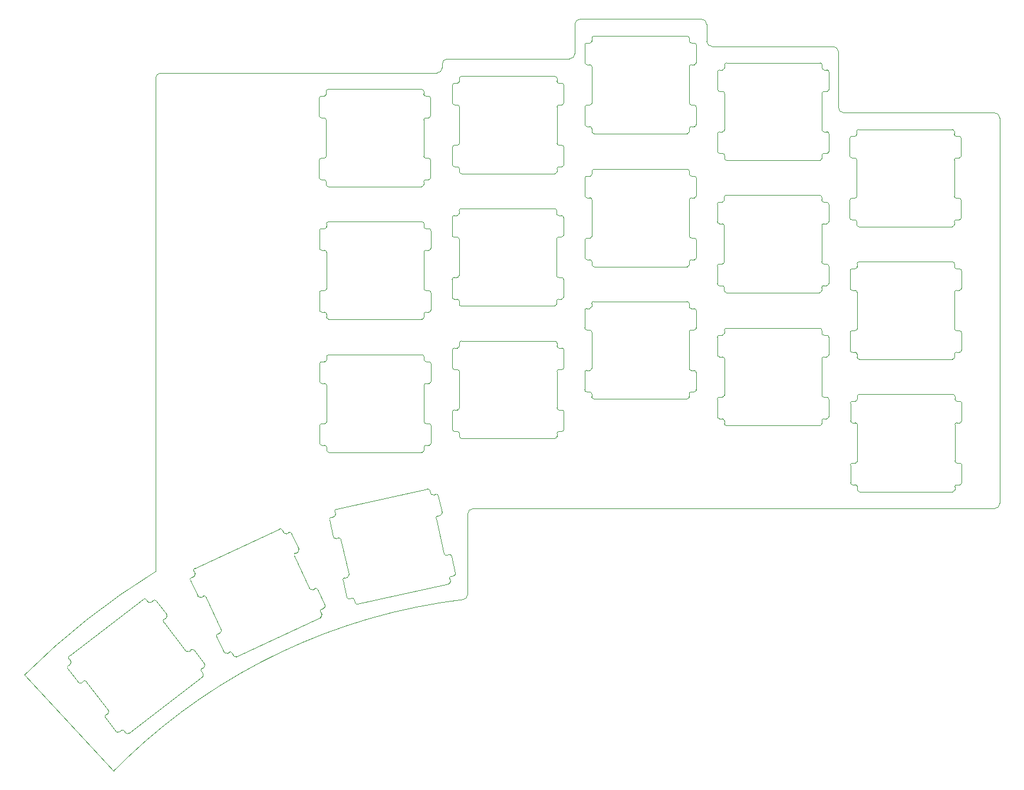
<source format=gbr>
%TF.GenerationSoftware,KiCad,Pcbnew,(5.1.7)-1*%
%TF.CreationDate,2021-04-13T17:15:28+05:30*%
%TF.ProjectId,Pteron56v0,50746572-6f6e-4353-9676-302e6b696361,rev?*%
%TF.SameCoordinates,Original*%
%TF.FileFunction,Profile,NP*%
%FSLAX46Y46*%
G04 Gerber Fmt 4.6, Leading zero omitted, Abs format (unit mm)*
G04 Created by KiCad (PCBNEW (5.1.7)-1) date 2021-04-13 17:15:28*
%MOMM*%
%LPD*%
G01*
G04 APERTURE LIST*
%TA.AperFunction,Profile*%
%ADD10C,0.050000*%
%TD*%
%TA.AperFunction,Profile*%
%ADD11C,0.100000*%
%TD*%
G04 APERTURE END LIST*
D10*
X206375000Y-106299000D02*
X210375000Y-106299000D01*
X206375000Y-49403000D02*
X210375000Y-49403000D01*
X71076237Y-130207471D02*
X83878669Y-144009293D01*
X71076237Y-130207471D02*
G75*
G02*
X89889001Y-115354101I73030663J-73157629D01*
G01*
X89889000Y-44450000D02*
X89889000Y-115354100D01*
X90651000Y-43688000D02*
X103251000Y-43688000D01*
X211137000Y-50165000D02*
X211137000Y-105537000D01*
X83878669Y-144009292D02*
G75*
G02*
X85763282Y-142153111I60291731J-59330408D01*
G01*
X169037000Y-36703000D02*
X169037000Y-39116000D01*
X134730000Y-118618000D02*
X134730000Y-117983000D01*
X85763281Y-142153110D02*
G75*
G02*
X133968001Y-119380001I58381719J-61173890D01*
G01*
X135492000Y-106299000D02*
X145542000Y-106299000D01*
X181610000Y-106299000D02*
X206375000Y-106299000D01*
X205613000Y-49403000D02*
X206375000Y-49403000D01*
X210375000Y-49403000D02*
G75*
G02*
X211137000Y-50165000I0J-762000D01*
G01*
X211137000Y-105537000D02*
G75*
G02*
X210375000Y-106299000I-762000J0D01*
G01*
X145542000Y-106299000D02*
X181610000Y-106299000D01*
X134730000Y-107061000D02*
X134730000Y-117983000D01*
X134730000Y-107061000D02*
G75*
G02*
X135492000Y-106299000I762000J0D01*
G01*
X134730000Y-118618000D02*
G75*
G02*
X133968000Y-119380000I-762000J0D01*
G01*
X89889000Y-44450000D02*
G75*
G02*
X90651000Y-43688000I762000J0D01*
G01*
X130302000Y-43688000D02*
X103251000Y-43688000D01*
X150114000Y-40894000D02*
X150114000Y-36703000D01*
X131826000Y-41656000D02*
X149352000Y-41656000D01*
X131064000Y-42418000D02*
X131064000Y-42926000D01*
X131064000Y-42926000D02*
G75*
G02*
X130302000Y-43688000I-762000J0D01*
G01*
X131064000Y-42418000D02*
G75*
G02*
X131826000Y-41656000I762000J0D01*
G01*
X150114000Y-40894000D02*
G75*
G02*
X149352000Y-41656000I-762000J0D01*
G01*
X150114000Y-36703000D02*
G75*
G02*
X150876000Y-35941000I762000J0D01*
G01*
X168275000Y-35941000D02*
X150876000Y-35941000D01*
X168275000Y-35941000D02*
G75*
G02*
X169037000Y-36703000I0J-762000D01*
G01*
X169799000Y-39878000D02*
G75*
G02*
X169037000Y-39116000I0J762000D01*
G01*
X187198000Y-39878000D02*
X169799000Y-39878000D01*
X187198000Y-39878000D02*
G75*
G02*
X187960000Y-40640000I0J-762000D01*
G01*
X187960000Y-48641000D02*
X187960000Y-40640000D01*
X188722000Y-49403000D02*
X189357000Y-49403000D01*
X188722000Y-49403000D02*
G75*
G02*
X187960000Y-48641000I0J762000D01*
G01*
X205613000Y-49403000D02*
X189357000Y-49403000D01*
D11*
%TO.C,SW28*%
X113457254Y-85485035D02*
G75*
G02*
X113757254Y-85185035I300000J0D01*
G01*
X113457254Y-94385035D02*
G75*
G02*
X113757254Y-94085035I300000J0D01*
G01*
X129457254Y-96885035D02*
G75*
G02*
X129157254Y-97185035I-300000J0D01*
G01*
X129457254Y-87985035D02*
G75*
G02*
X129157254Y-88285035I-300000J0D01*
G01*
X113757254Y-88285035D02*
G75*
G02*
X113457254Y-87985035I0J300000D01*
G01*
X114157254Y-88285035D02*
G75*
G02*
X114457254Y-88585035I0J-300000D01*
G01*
X114457254Y-84885035D02*
G75*
G02*
X114157254Y-85185035I-300000J0D01*
G01*
X114157254Y-97185035D02*
G75*
G02*
X114457254Y-97485035I0J-300000D01*
G01*
X113757254Y-97185035D02*
G75*
G02*
X113457254Y-96885035I0J300000D01*
G01*
X114457254Y-93785035D02*
G75*
G02*
X114157254Y-94085035I-300000J0D01*
G01*
X128457254Y-97485035D02*
G75*
G02*
X128757254Y-97185035I300000J0D01*
G01*
X129157254Y-94085035D02*
G75*
G02*
X129457254Y-94385035I0J-300000D01*
G01*
X128757254Y-94085035D02*
G75*
G02*
X128457254Y-93785035I0J300000D01*
G01*
X129157254Y-85185035D02*
G75*
G02*
X129457254Y-85485035I0J-300000D01*
G01*
X128757254Y-85185035D02*
G75*
G02*
X128457254Y-84885035I0J300000D01*
G01*
X128457254Y-97885035D02*
G75*
G02*
X128157254Y-98185035I-300000J0D01*
G01*
X128457254Y-88585035D02*
G75*
G02*
X128757254Y-88285035I300000J0D01*
G01*
X128157254Y-84185035D02*
G75*
G02*
X128457254Y-84485035I0J-300000D01*
G01*
X114457254Y-84485035D02*
G75*
G02*
X114757254Y-84185035I300000J0D01*
G01*
X114757254Y-98185035D02*
G75*
G02*
X114457254Y-97885035I0J300000D01*
G01*
X128157254Y-98185035D02*
X114757254Y-98185035D01*
X114457254Y-97885035D02*
X114457254Y-97485035D01*
X128157254Y-84185035D02*
X114757254Y-84185035D01*
X114457254Y-88585035D02*
X114457254Y-93785035D01*
X114457254Y-84885035D02*
X114457254Y-84485035D01*
X128457254Y-97485035D02*
X128457254Y-97885035D01*
X128757254Y-85185035D02*
X129157254Y-85185035D01*
X129457254Y-87985035D02*
X129457254Y-85485035D01*
X129157254Y-88285035D02*
X128757254Y-88285035D01*
X128457254Y-93785035D02*
X128457254Y-88585035D01*
X128457254Y-84485035D02*
X128457254Y-84885035D01*
X129157254Y-97185035D02*
X128757254Y-97185035D01*
X129457254Y-96885035D02*
X129457254Y-94385035D01*
X128757254Y-94085035D02*
X129157254Y-94085035D01*
X114157254Y-97185035D02*
X113757254Y-97185035D01*
X113457254Y-94385035D02*
X113457254Y-96885035D01*
X113757254Y-94085035D02*
X114157254Y-94085035D01*
X113757254Y-85185035D02*
X114157254Y-85185035D01*
X114157254Y-88285035D02*
X113757254Y-88285035D01*
X113457254Y-85485035D02*
X113457254Y-87985035D01*
%TO.C,SW27*%
X113437875Y-66359585D02*
G75*
G02*
X113737875Y-66059585I300000J0D01*
G01*
X113437875Y-75259585D02*
G75*
G02*
X113737875Y-74959585I300000J0D01*
G01*
X129437875Y-77759585D02*
G75*
G02*
X129137875Y-78059585I-300000J0D01*
G01*
X129437875Y-68859585D02*
G75*
G02*
X129137875Y-69159585I-300000J0D01*
G01*
X113737875Y-69159585D02*
G75*
G02*
X113437875Y-68859585I0J300000D01*
G01*
X114137875Y-69159585D02*
G75*
G02*
X114437875Y-69459585I0J-300000D01*
G01*
X114437875Y-65759585D02*
G75*
G02*
X114137875Y-66059585I-300000J0D01*
G01*
X114137875Y-78059585D02*
G75*
G02*
X114437875Y-78359585I0J-300000D01*
G01*
X113737875Y-78059585D02*
G75*
G02*
X113437875Y-77759585I0J300000D01*
G01*
X114437875Y-74659585D02*
G75*
G02*
X114137875Y-74959585I-300000J0D01*
G01*
X128437875Y-78359585D02*
G75*
G02*
X128737875Y-78059585I300000J0D01*
G01*
X129137875Y-74959585D02*
G75*
G02*
X129437875Y-75259585I0J-300000D01*
G01*
X128737875Y-74959585D02*
G75*
G02*
X128437875Y-74659585I0J300000D01*
G01*
X129137875Y-66059585D02*
G75*
G02*
X129437875Y-66359585I0J-300000D01*
G01*
X128737875Y-66059585D02*
G75*
G02*
X128437875Y-65759585I0J300000D01*
G01*
X128437875Y-78759585D02*
G75*
G02*
X128137875Y-79059585I-300000J0D01*
G01*
X128437875Y-69459585D02*
G75*
G02*
X128737875Y-69159585I300000J0D01*
G01*
X128137875Y-65059585D02*
G75*
G02*
X128437875Y-65359585I0J-300000D01*
G01*
X114437875Y-65359585D02*
G75*
G02*
X114737875Y-65059585I300000J0D01*
G01*
X114737875Y-79059585D02*
G75*
G02*
X114437875Y-78759585I0J300000D01*
G01*
X128137875Y-79059585D02*
X114737875Y-79059585D01*
X114437875Y-78759585D02*
X114437875Y-78359585D01*
X128137875Y-65059585D02*
X114737875Y-65059585D01*
X114437875Y-69459585D02*
X114437875Y-74659585D01*
X114437875Y-65759585D02*
X114437875Y-65359585D01*
X128437875Y-78359585D02*
X128437875Y-78759585D01*
X128737875Y-66059585D02*
X129137875Y-66059585D01*
X129437875Y-68859585D02*
X129437875Y-66359585D01*
X129137875Y-69159585D02*
X128737875Y-69159585D01*
X128437875Y-74659585D02*
X128437875Y-69459585D01*
X128437875Y-65359585D02*
X128437875Y-65759585D01*
X129137875Y-78059585D02*
X128737875Y-78059585D01*
X129437875Y-77759585D02*
X129437875Y-75259585D01*
X128737875Y-74959585D02*
X129137875Y-74959585D01*
X114137875Y-78059585D02*
X113737875Y-78059585D01*
X113437875Y-75259585D02*
X113437875Y-77759585D01*
X113737875Y-74959585D02*
X114137875Y-74959585D01*
X113737875Y-66059585D02*
X114137875Y-66059585D01*
X114137875Y-69159585D02*
X113737875Y-69159585D01*
X113437875Y-66359585D02*
X113437875Y-68859585D01*
%TO.C,SW26*%
X113394232Y-47324690D02*
G75*
G02*
X113694232Y-47024690I300000J0D01*
G01*
X113394232Y-56224690D02*
G75*
G02*
X113694232Y-55924690I300000J0D01*
G01*
X129394232Y-58724690D02*
G75*
G02*
X129094232Y-59024690I-300000J0D01*
G01*
X129394232Y-49824690D02*
G75*
G02*
X129094232Y-50124690I-300000J0D01*
G01*
X113694232Y-50124690D02*
G75*
G02*
X113394232Y-49824690I0J300000D01*
G01*
X114094232Y-50124690D02*
G75*
G02*
X114394232Y-50424690I0J-300000D01*
G01*
X114394232Y-46724690D02*
G75*
G02*
X114094232Y-47024690I-300000J0D01*
G01*
X114094232Y-59024690D02*
G75*
G02*
X114394232Y-59324690I0J-300000D01*
G01*
X113694232Y-59024690D02*
G75*
G02*
X113394232Y-58724690I0J300000D01*
G01*
X114394232Y-55624690D02*
G75*
G02*
X114094232Y-55924690I-300000J0D01*
G01*
X128394232Y-59324690D02*
G75*
G02*
X128694232Y-59024690I300000J0D01*
G01*
X129094232Y-55924690D02*
G75*
G02*
X129394232Y-56224690I0J-300000D01*
G01*
X128694232Y-55924690D02*
G75*
G02*
X128394232Y-55624690I0J300000D01*
G01*
X129094232Y-47024690D02*
G75*
G02*
X129394232Y-47324690I0J-300000D01*
G01*
X128694232Y-47024690D02*
G75*
G02*
X128394232Y-46724690I0J300000D01*
G01*
X128394232Y-59724690D02*
G75*
G02*
X128094232Y-60024690I-300000J0D01*
G01*
X128394232Y-50424690D02*
G75*
G02*
X128694232Y-50124690I300000J0D01*
G01*
X128094232Y-46024690D02*
G75*
G02*
X128394232Y-46324690I0J-300000D01*
G01*
X114394232Y-46324690D02*
G75*
G02*
X114694232Y-46024690I300000J0D01*
G01*
X114694232Y-60024690D02*
G75*
G02*
X114394232Y-59724690I0J300000D01*
G01*
X128094232Y-60024690D02*
X114694232Y-60024690D01*
X114394232Y-59724690D02*
X114394232Y-59324690D01*
X128094232Y-46024690D02*
X114694232Y-46024690D01*
X114394232Y-50424690D02*
X114394232Y-55624690D01*
X114394232Y-46724690D02*
X114394232Y-46324690D01*
X128394232Y-59324690D02*
X128394232Y-59724690D01*
X128694232Y-47024690D02*
X129094232Y-47024690D01*
X129394232Y-49824690D02*
X129394232Y-47324690D01*
X129094232Y-50124690D02*
X128694232Y-50124690D01*
X128394232Y-55624690D02*
X128394232Y-50424690D01*
X128394232Y-46324690D02*
X128394232Y-46724690D01*
X129094232Y-59024690D02*
X128694232Y-59024690D01*
X129394232Y-58724690D02*
X129394232Y-56224690D01*
X128694232Y-55924690D02*
X129094232Y-55924690D01*
X114094232Y-59024690D02*
X113694232Y-59024690D01*
X113394232Y-56224690D02*
X113394232Y-58724690D01*
X113694232Y-55924690D02*
X114094232Y-55924690D01*
X113694232Y-47024690D02*
X114094232Y-47024690D01*
X114094232Y-50124690D02*
X113694232Y-50124690D01*
X113394232Y-47324690D02*
X113394232Y-49824690D01*
%TO.C,SW24*%
X132524659Y-83508960D02*
G75*
G02*
X132824659Y-83208960I300000J0D01*
G01*
X132524659Y-92408960D02*
G75*
G02*
X132824659Y-92108960I300000J0D01*
G01*
X148524659Y-94908960D02*
G75*
G02*
X148224659Y-95208960I-300000J0D01*
G01*
X148524659Y-86008960D02*
G75*
G02*
X148224659Y-86308960I-300000J0D01*
G01*
X132824659Y-86308960D02*
G75*
G02*
X132524659Y-86008960I0J300000D01*
G01*
X133224659Y-86308960D02*
G75*
G02*
X133524659Y-86608960I0J-300000D01*
G01*
X133524659Y-82908960D02*
G75*
G02*
X133224659Y-83208960I-300000J0D01*
G01*
X133224659Y-95208960D02*
G75*
G02*
X133524659Y-95508960I0J-300000D01*
G01*
X132824659Y-95208960D02*
G75*
G02*
X132524659Y-94908960I0J300000D01*
G01*
X133524659Y-91808960D02*
G75*
G02*
X133224659Y-92108960I-300000J0D01*
G01*
X147524659Y-95508960D02*
G75*
G02*
X147824659Y-95208960I300000J0D01*
G01*
X148224659Y-92108960D02*
G75*
G02*
X148524659Y-92408960I0J-300000D01*
G01*
X147824659Y-92108960D02*
G75*
G02*
X147524659Y-91808960I0J300000D01*
G01*
X148224659Y-83208960D02*
G75*
G02*
X148524659Y-83508960I0J-300000D01*
G01*
X147824659Y-83208960D02*
G75*
G02*
X147524659Y-82908960I0J300000D01*
G01*
X147524659Y-95908960D02*
G75*
G02*
X147224659Y-96208960I-300000J0D01*
G01*
X147524659Y-86608960D02*
G75*
G02*
X147824659Y-86308960I300000J0D01*
G01*
X147224659Y-82208960D02*
G75*
G02*
X147524659Y-82508960I0J-300000D01*
G01*
X133524659Y-82508960D02*
G75*
G02*
X133824659Y-82208960I300000J0D01*
G01*
X133824659Y-96208960D02*
G75*
G02*
X133524659Y-95908960I0J300000D01*
G01*
X147224659Y-96208960D02*
X133824659Y-96208960D01*
X133524659Y-95908960D02*
X133524659Y-95508960D01*
X147224659Y-82208960D02*
X133824659Y-82208960D01*
X133524659Y-86608960D02*
X133524659Y-91808960D01*
X133524659Y-82908960D02*
X133524659Y-82508960D01*
X147524659Y-95508960D02*
X147524659Y-95908960D01*
X147824659Y-83208960D02*
X148224659Y-83208960D01*
X148524659Y-86008960D02*
X148524659Y-83508960D01*
X148224659Y-86308960D02*
X147824659Y-86308960D01*
X147524659Y-91808960D02*
X147524659Y-86608960D01*
X147524659Y-82508960D02*
X147524659Y-82908960D01*
X148224659Y-95208960D02*
X147824659Y-95208960D01*
X148524659Y-94908960D02*
X148524659Y-92408960D01*
X147824659Y-92108960D02*
X148224659Y-92108960D01*
X133224659Y-95208960D02*
X132824659Y-95208960D01*
X132524659Y-92408960D02*
X132524659Y-94908960D01*
X132824659Y-92108960D02*
X133224659Y-92108960D01*
X132824659Y-83208960D02*
X133224659Y-83208960D01*
X133224659Y-86308960D02*
X132824659Y-86308960D01*
X132524659Y-83508960D02*
X132524659Y-86008960D01*
%TO.C,SW23*%
X132481015Y-64474064D02*
G75*
G02*
X132781015Y-64174064I300000J0D01*
G01*
X132481015Y-73374064D02*
G75*
G02*
X132781015Y-73074064I300000J0D01*
G01*
X148481015Y-75874064D02*
G75*
G02*
X148181015Y-76174064I-300000J0D01*
G01*
X148481015Y-66974064D02*
G75*
G02*
X148181015Y-67274064I-300000J0D01*
G01*
X132781015Y-67274064D02*
G75*
G02*
X132481015Y-66974064I0J300000D01*
G01*
X133181015Y-67274064D02*
G75*
G02*
X133481015Y-67574064I0J-300000D01*
G01*
X133481015Y-63874064D02*
G75*
G02*
X133181015Y-64174064I-300000J0D01*
G01*
X133181015Y-76174064D02*
G75*
G02*
X133481015Y-76474064I0J-300000D01*
G01*
X132781015Y-76174064D02*
G75*
G02*
X132481015Y-75874064I0J300000D01*
G01*
X133481015Y-72774064D02*
G75*
G02*
X133181015Y-73074064I-300000J0D01*
G01*
X147481015Y-76474064D02*
G75*
G02*
X147781015Y-76174064I300000J0D01*
G01*
X148181015Y-73074064D02*
G75*
G02*
X148481015Y-73374064I0J-300000D01*
G01*
X147781015Y-73074064D02*
G75*
G02*
X147481015Y-72774064I0J300000D01*
G01*
X148181015Y-64174064D02*
G75*
G02*
X148481015Y-64474064I0J-300000D01*
G01*
X147781015Y-64174064D02*
G75*
G02*
X147481015Y-63874064I0J300000D01*
G01*
X147481015Y-76874064D02*
G75*
G02*
X147181015Y-77174064I-300000J0D01*
G01*
X147481015Y-67574064D02*
G75*
G02*
X147781015Y-67274064I300000J0D01*
G01*
X147181015Y-63174064D02*
G75*
G02*
X147481015Y-63474064I0J-300000D01*
G01*
X133481015Y-63474064D02*
G75*
G02*
X133781015Y-63174064I300000J0D01*
G01*
X133781015Y-77174064D02*
G75*
G02*
X133481015Y-76874064I0J300000D01*
G01*
X147181015Y-77174064D02*
X133781015Y-77174064D01*
X133481015Y-76874064D02*
X133481015Y-76474064D01*
X147181015Y-63174064D02*
X133781015Y-63174064D01*
X133481015Y-67574064D02*
X133481015Y-72774064D01*
X133481015Y-63874064D02*
X133481015Y-63474064D01*
X147481015Y-76474064D02*
X147481015Y-76874064D01*
X147781015Y-64174064D02*
X148181015Y-64174064D01*
X148481015Y-66974064D02*
X148481015Y-64474064D01*
X148181015Y-67274064D02*
X147781015Y-67274064D01*
X147481015Y-72774064D02*
X147481015Y-67574064D01*
X147481015Y-63474064D02*
X147481015Y-63874064D01*
X148181015Y-76174064D02*
X147781015Y-76174064D01*
X148481015Y-75874064D02*
X148481015Y-73374064D01*
X147781015Y-73074064D02*
X148181015Y-73074064D01*
X133181015Y-76174064D02*
X132781015Y-76174064D01*
X132481015Y-73374064D02*
X132481015Y-75874064D01*
X132781015Y-73074064D02*
X133181015Y-73074064D01*
X132781015Y-64174064D02*
X133181015Y-64174064D01*
X133181015Y-67274064D02*
X132781015Y-67274064D01*
X132481015Y-64474064D02*
X132481015Y-66974064D01*
%TO.C,SW22*%
X132527926Y-45463438D02*
G75*
G02*
X132827926Y-45163438I300000J0D01*
G01*
X132527926Y-54363438D02*
G75*
G02*
X132827926Y-54063438I300000J0D01*
G01*
X148527926Y-56863438D02*
G75*
G02*
X148227926Y-57163438I-300000J0D01*
G01*
X148527926Y-47963438D02*
G75*
G02*
X148227926Y-48263438I-300000J0D01*
G01*
X132827926Y-48263438D02*
G75*
G02*
X132527926Y-47963438I0J300000D01*
G01*
X133227926Y-48263438D02*
G75*
G02*
X133527926Y-48563438I0J-300000D01*
G01*
X133527926Y-44863438D02*
G75*
G02*
X133227926Y-45163438I-300000J0D01*
G01*
X133227926Y-57163438D02*
G75*
G02*
X133527926Y-57463438I0J-300000D01*
G01*
X132827926Y-57163438D02*
G75*
G02*
X132527926Y-56863438I0J300000D01*
G01*
X133527926Y-53763438D02*
G75*
G02*
X133227926Y-54063438I-300000J0D01*
G01*
X147527926Y-57463438D02*
G75*
G02*
X147827926Y-57163438I300000J0D01*
G01*
X148227926Y-54063438D02*
G75*
G02*
X148527926Y-54363438I0J-300000D01*
G01*
X147827926Y-54063438D02*
G75*
G02*
X147527926Y-53763438I0J300000D01*
G01*
X148227926Y-45163438D02*
G75*
G02*
X148527926Y-45463438I0J-300000D01*
G01*
X147827926Y-45163438D02*
G75*
G02*
X147527926Y-44863438I0J300000D01*
G01*
X147527926Y-57863438D02*
G75*
G02*
X147227926Y-58163438I-300000J0D01*
G01*
X147527926Y-48563438D02*
G75*
G02*
X147827926Y-48263438I300000J0D01*
G01*
X147227926Y-44163438D02*
G75*
G02*
X147527926Y-44463438I0J-300000D01*
G01*
X133527926Y-44463438D02*
G75*
G02*
X133827926Y-44163438I300000J0D01*
G01*
X133827926Y-58163438D02*
G75*
G02*
X133527926Y-57863438I0J300000D01*
G01*
X147227926Y-58163438D02*
X133827926Y-58163438D01*
X133527926Y-57863438D02*
X133527926Y-57463438D01*
X147227926Y-44163438D02*
X133827926Y-44163438D01*
X133527926Y-48563438D02*
X133527926Y-53763438D01*
X133527926Y-44863438D02*
X133527926Y-44463438D01*
X147527926Y-57463438D02*
X147527926Y-57863438D01*
X147827926Y-45163438D02*
X148227926Y-45163438D01*
X148527926Y-47963438D02*
X148527926Y-45463438D01*
X148227926Y-48263438D02*
X147827926Y-48263438D01*
X147527926Y-53763438D02*
X147527926Y-48563438D01*
X147527926Y-44463438D02*
X147527926Y-44863438D01*
X148227926Y-57163438D02*
X147827926Y-57163438D01*
X148527926Y-56863438D02*
X148527926Y-54363438D01*
X147827926Y-54063438D02*
X148227926Y-54063438D01*
X133227926Y-57163438D02*
X132827926Y-57163438D01*
X132527926Y-54363438D02*
X132527926Y-56863438D01*
X132827926Y-54063438D02*
X133227926Y-54063438D01*
X132827926Y-45163438D02*
X133227926Y-45163438D01*
X133227926Y-48263438D02*
X132827926Y-48263438D01*
X132527926Y-45463438D02*
X132527926Y-47963438D01*
%TO.C,SW20*%
X77257688Y-129295826D02*
G75*
G02*
X77313066Y-128875192I238006J182628D01*
G01*
X82675665Y-136356672D02*
G75*
G02*
X82731042Y-135936037I238006J182629D01*
G01*
X96891222Y-128599872D02*
G75*
G02*
X96835844Y-129020506I-238006J-182628D01*
G01*
X91473245Y-121539026D02*
G75*
G02*
X91417868Y-121959661I-238006J-182629D01*
G01*
X79200227Y-131334587D02*
G75*
G02*
X78779592Y-131279210I-182629J238006D01*
G01*
X79517567Y-131091083D02*
G75*
G02*
X79938202Y-131146460I182629J-238006D01*
G01*
X77685785Y-128211053D02*
G75*
G02*
X77630407Y-128631687I-238006J-182628D01*
G01*
X84935545Y-138151927D02*
G75*
G02*
X85356179Y-138207305I182628J-238006D01*
G01*
X84618202Y-138395432D02*
G75*
G02*
X84197568Y-138340054I-182628J238006D01*
G01*
X83103761Y-135271897D02*
G75*
G02*
X83048384Y-135692532I-238006J-182629D01*
G01*
X96463125Y-129684645D02*
G75*
G02*
X96518503Y-129264011I238006J182628D01*
G01*
X94948683Y-126561111D02*
G75*
G02*
X95369318Y-126616488I182629J-238006D01*
G01*
X94631343Y-126804615D02*
G75*
G02*
X94210708Y-126749238I-182629J238006D01*
G01*
X89530708Y-119500266D02*
G75*
G02*
X89951342Y-119555644I182628J-238006D01*
G01*
X89213365Y-119743771D02*
G75*
G02*
X88792731Y-119688393I-182628J238006D01*
G01*
X96706630Y-130001987D02*
G75*
G02*
X96651252Y-130422621I-238006J-182628D01*
G01*
X91045149Y-122623801D02*
G75*
G02*
X91100526Y-122203166I238006J182629D01*
G01*
X88128593Y-119315674D02*
G75*
G02*
X88549227Y-119371052I182628J-238006D01*
G01*
X77442280Y-127893711D02*
G75*
G02*
X77497658Y-127473077I238006J182628D01*
G01*
X86020317Y-138580024D02*
G75*
G02*
X85599683Y-138524646I-182628J238006D01*
G01*
X96651252Y-130422621D02*
X86020318Y-138580024D01*
X85599683Y-138524646D02*
X85356179Y-138207305D01*
X88128592Y-119315674D02*
X77497658Y-127473077D01*
X79938202Y-131146460D02*
X83103761Y-135271898D01*
X77685785Y-128211053D02*
X77442280Y-127893712D01*
X96463125Y-129684645D02*
X96706630Y-130001986D01*
X89213366Y-119743771D02*
X89530707Y-119500266D01*
X91473245Y-121539027D02*
X89951342Y-119555644D01*
X91417868Y-121959661D02*
X91100526Y-122203166D01*
X94210708Y-126749238D02*
X91045149Y-122623800D01*
X88549227Y-119371052D02*
X88792731Y-119688393D01*
X96835844Y-129020506D02*
X96518503Y-129264011D01*
X96891222Y-128599872D02*
X95369318Y-126616488D01*
X94631343Y-126804615D02*
X94948684Y-126561111D01*
X84935544Y-138151927D02*
X84618203Y-138395432D01*
X82675665Y-136356671D02*
X84197568Y-138340054D01*
X82731042Y-135936037D02*
X83048384Y-135692532D01*
X77313066Y-128875192D02*
X77630407Y-128631687D01*
X79517567Y-131091083D02*
X79200226Y-131334587D01*
X77257688Y-129295826D02*
X78779592Y-131279210D01*
%TO.C,SW19*%
X151517991Y-77824865D02*
G75*
G02*
X151817991Y-77524865I300000J0D01*
G01*
X151517991Y-86724865D02*
G75*
G02*
X151817991Y-86424865I300000J0D01*
G01*
X167517991Y-89224865D02*
G75*
G02*
X167217991Y-89524865I-300000J0D01*
G01*
X167517991Y-80324865D02*
G75*
G02*
X167217991Y-80624865I-300000J0D01*
G01*
X151817991Y-80624865D02*
G75*
G02*
X151517991Y-80324865I0J300000D01*
G01*
X152217991Y-80624865D02*
G75*
G02*
X152517991Y-80924865I0J-300000D01*
G01*
X152517991Y-77224865D02*
G75*
G02*
X152217991Y-77524865I-300000J0D01*
G01*
X152217991Y-89524865D02*
G75*
G02*
X152517991Y-89824865I0J-300000D01*
G01*
X151817991Y-89524865D02*
G75*
G02*
X151517991Y-89224865I0J300000D01*
G01*
X152517991Y-86124865D02*
G75*
G02*
X152217991Y-86424865I-300000J0D01*
G01*
X166517991Y-89824865D02*
G75*
G02*
X166817991Y-89524865I300000J0D01*
G01*
X167217991Y-86424865D02*
G75*
G02*
X167517991Y-86724865I0J-300000D01*
G01*
X166817991Y-86424865D02*
G75*
G02*
X166517991Y-86124865I0J300000D01*
G01*
X167217991Y-77524865D02*
G75*
G02*
X167517991Y-77824865I0J-300000D01*
G01*
X166817991Y-77524865D02*
G75*
G02*
X166517991Y-77224865I0J300000D01*
G01*
X166517991Y-90224865D02*
G75*
G02*
X166217991Y-90524865I-300000J0D01*
G01*
X166517991Y-80924865D02*
G75*
G02*
X166817991Y-80624865I300000J0D01*
G01*
X166217991Y-76524865D02*
G75*
G02*
X166517991Y-76824865I0J-300000D01*
G01*
X152517991Y-76824865D02*
G75*
G02*
X152817991Y-76524865I300000J0D01*
G01*
X152817991Y-90524865D02*
G75*
G02*
X152517991Y-90224865I0J300000D01*
G01*
X166217991Y-90524865D02*
X152817991Y-90524865D01*
X152517991Y-90224865D02*
X152517991Y-89824865D01*
X166217991Y-76524865D02*
X152817991Y-76524865D01*
X152517991Y-80924865D02*
X152517991Y-86124865D01*
X152517991Y-77224865D02*
X152517991Y-76824865D01*
X166517991Y-89824865D02*
X166517991Y-90224865D01*
X166817991Y-77524865D02*
X167217991Y-77524865D01*
X167517991Y-80324865D02*
X167517991Y-77824865D01*
X167217991Y-80624865D02*
X166817991Y-80624865D01*
X166517991Y-86124865D02*
X166517991Y-80924865D01*
X166517991Y-76824865D02*
X166517991Y-77224865D01*
X167217991Y-89524865D02*
X166817991Y-89524865D01*
X167517991Y-89224865D02*
X167517991Y-86724865D01*
X166817991Y-86424865D02*
X167217991Y-86424865D01*
X152217991Y-89524865D02*
X151817991Y-89524865D01*
X151517991Y-86724865D02*
X151517991Y-89224865D01*
X151817991Y-86424865D02*
X152217991Y-86424865D01*
X151817991Y-77524865D02*
X152217991Y-77524865D01*
X152217991Y-80624865D02*
X151817991Y-80624865D01*
X151517991Y-77824865D02*
X151517991Y-80324865D01*
%TO.C,SW18*%
X151564908Y-58814237D02*
G75*
G02*
X151864908Y-58514237I300000J0D01*
G01*
X151564908Y-67714237D02*
G75*
G02*
X151864908Y-67414237I300000J0D01*
G01*
X167564908Y-70214237D02*
G75*
G02*
X167264908Y-70514237I-300000J0D01*
G01*
X167564908Y-61314237D02*
G75*
G02*
X167264908Y-61614237I-300000J0D01*
G01*
X151864908Y-61614237D02*
G75*
G02*
X151564908Y-61314237I0J300000D01*
G01*
X152264908Y-61614237D02*
G75*
G02*
X152564908Y-61914237I0J-300000D01*
G01*
X152564908Y-58214237D02*
G75*
G02*
X152264908Y-58514237I-300000J0D01*
G01*
X152264908Y-70514237D02*
G75*
G02*
X152564908Y-70814237I0J-300000D01*
G01*
X151864908Y-70514237D02*
G75*
G02*
X151564908Y-70214237I0J300000D01*
G01*
X152564908Y-67114237D02*
G75*
G02*
X152264908Y-67414237I-300000J0D01*
G01*
X166564908Y-70814237D02*
G75*
G02*
X166864908Y-70514237I300000J0D01*
G01*
X167264908Y-67414237D02*
G75*
G02*
X167564908Y-67714237I0J-300000D01*
G01*
X166864908Y-67414237D02*
G75*
G02*
X166564908Y-67114237I0J300000D01*
G01*
X167264908Y-58514237D02*
G75*
G02*
X167564908Y-58814237I0J-300000D01*
G01*
X166864908Y-58514237D02*
G75*
G02*
X166564908Y-58214237I0J300000D01*
G01*
X166564908Y-71214237D02*
G75*
G02*
X166264908Y-71514237I-300000J0D01*
G01*
X166564908Y-61914237D02*
G75*
G02*
X166864908Y-61614237I300000J0D01*
G01*
X166264908Y-57514237D02*
G75*
G02*
X166564908Y-57814237I0J-300000D01*
G01*
X152564908Y-57814237D02*
G75*
G02*
X152864908Y-57514237I300000J0D01*
G01*
X152864908Y-71514237D02*
G75*
G02*
X152564908Y-71214237I0J300000D01*
G01*
X166264908Y-71514237D02*
X152864908Y-71514237D01*
X152564908Y-71214237D02*
X152564908Y-70814237D01*
X166264908Y-57514237D02*
X152864908Y-57514237D01*
X152564908Y-61914237D02*
X152564908Y-67114237D01*
X152564908Y-58214237D02*
X152564908Y-57814237D01*
X166564908Y-70814237D02*
X166564908Y-71214237D01*
X166864908Y-58514237D02*
X167264908Y-58514237D01*
X167564908Y-61314237D02*
X167564908Y-58814237D01*
X167264908Y-61614237D02*
X166864908Y-61614237D01*
X166564908Y-67114237D02*
X166564908Y-61914237D01*
X166564908Y-57814237D02*
X166564908Y-58214237D01*
X167264908Y-70514237D02*
X166864908Y-70514237D01*
X167564908Y-70214237D02*
X167564908Y-67714237D01*
X166864908Y-67414237D02*
X167264908Y-67414237D01*
X152264908Y-70514237D02*
X151864908Y-70514237D01*
X151564908Y-67714237D02*
X151564908Y-70214237D01*
X151864908Y-67414237D02*
X152264908Y-67414237D01*
X151864908Y-58514237D02*
X152264908Y-58514237D01*
X152264908Y-61614237D02*
X151864908Y-61614237D01*
X151564908Y-58814237D02*
X151564908Y-61314237D01*
%TO.C,SW17*%
X151545524Y-39688787D02*
G75*
G02*
X151845524Y-39388787I300000J0D01*
G01*
X151545524Y-48588787D02*
G75*
G02*
X151845524Y-48288787I300000J0D01*
G01*
X167545524Y-51088787D02*
G75*
G02*
X167245524Y-51388787I-300000J0D01*
G01*
X167545524Y-42188787D02*
G75*
G02*
X167245524Y-42488787I-300000J0D01*
G01*
X151845524Y-42488787D02*
G75*
G02*
X151545524Y-42188787I0J300000D01*
G01*
X152245524Y-42488787D02*
G75*
G02*
X152545524Y-42788787I0J-300000D01*
G01*
X152545524Y-39088787D02*
G75*
G02*
X152245524Y-39388787I-300000J0D01*
G01*
X152245524Y-51388787D02*
G75*
G02*
X152545524Y-51688787I0J-300000D01*
G01*
X151845524Y-51388787D02*
G75*
G02*
X151545524Y-51088787I0J300000D01*
G01*
X152545524Y-47988787D02*
G75*
G02*
X152245524Y-48288787I-300000J0D01*
G01*
X166545524Y-51688787D02*
G75*
G02*
X166845524Y-51388787I300000J0D01*
G01*
X167245524Y-48288787D02*
G75*
G02*
X167545524Y-48588787I0J-300000D01*
G01*
X166845524Y-48288787D02*
G75*
G02*
X166545524Y-47988787I0J300000D01*
G01*
X167245524Y-39388787D02*
G75*
G02*
X167545524Y-39688787I0J-300000D01*
G01*
X166845524Y-39388787D02*
G75*
G02*
X166545524Y-39088787I0J300000D01*
G01*
X166545524Y-52088787D02*
G75*
G02*
X166245524Y-52388787I-300000J0D01*
G01*
X166545524Y-42788787D02*
G75*
G02*
X166845524Y-42488787I300000J0D01*
G01*
X166245524Y-38388787D02*
G75*
G02*
X166545524Y-38688787I0J-300000D01*
G01*
X152545524Y-38688787D02*
G75*
G02*
X152845524Y-38388787I300000J0D01*
G01*
X152845524Y-52388787D02*
G75*
G02*
X152545524Y-52088787I0J300000D01*
G01*
X166245524Y-52388787D02*
X152845524Y-52388787D01*
X152545524Y-52088787D02*
X152545524Y-51688787D01*
X166245524Y-38388787D02*
X152845524Y-38388787D01*
X152545524Y-42788787D02*
X152545524Y-47988787D01*
X152545524Y-39088787D02*
X152545524Y-38688787D01*
X166545524Y-51688787D02*
X166545524Y-52088787D01*
X166845524Y-39388787D02*
X167245524Y-39388787D01*
X167545524Y-42188787D02*
X167545524Y-39688787D01*
X167245524Y-42488787D02*
X166845524Y-42488787D01*
X166545524Y-47988787D02*
X166545524Y-42788787D01*
X166545524Y-38688787D02*
X166545524Y-39088787D01*
X167245524Y-51388787D02*
X166845524Y-51388787D01*
X167545524Y-51088787D02*
X167545524Y-48588787D01*
X166845524Y-48288787D02*
X167245524Y-48288787D01*
X152245524Y-51388787D02*
X151845524Y-51388787D01*
X151545524Y-48588787D02*
X151545524Y-51088787D01*
X151845524Y-48288787D02*
X152245524Y-48288787D01*
X151845524Y-39388787D02*
X152245524Y-39388787D01*
X152245524Y-42488787D02*
X151845524Y-42488787D01*
X151545524Y-39688787D02*
X151545524Y-42188787D01*
%TO.C,SW15*%
X94898455Y-116609522D02*
G75*
G02*
X95043561Y-116210844I271892J126786D01*
G01*
X98659756Y-124675661D02*
G75*
G02*
X98804864Y-124276983I271893J126785D01*
G01*
X114217227Y-120179538D02*
G75*
G02*
X114072121Y-120578216I-271892J-126786D01*
G01*
X110455926Y-112113399D02*
G75*
G02*
X110310818Y-112512077I-271893J-126785D01*
G01*
X96353678Y-119020399D02*
G75*
G02*
X95955000Y-118875291I-126785J271893D01*
G01*
X96716202Y-118851351D02*
G75*
G02*
X97114879Y-118996458I126785J-271892D01*
G01*
X95551192Y-115643118D02*
G75*
G02*
X95406085Y-116041797I-271893J-126786D01*
G01*
X100477504Y-126917489D02*
G75*
G02*
X100876182Y-127062597I126785J-271893D01*
G01*
X100114980Y-127086537D02*
G75*
G02*
X99716303Y-126941430I-126785J271892D01*
G01*
X99312494Y-123709259D02*
G75*
G02*
X99167387Y-124107936I-271892J-126785D01*
G01*
X113564490Y-121145942D02*
G75*
G02*
X113709597Y-120747263I271893J126786D01*
G01*
X112762004Y-117768661D02*
G75*
G02*
X113160682Y-117913769I126785J-271893D01*
G01*
X112399480Y-117937709D02*
G75*
G02*
X112000803Y-117792602I-126785J271892D01*
G01*
X109000702Y-109702523D02*
G75*
G02*
X109399379Y-109847630I126785J-271892D01*
G01*
X108638178Y-109871571D02*
G75*
G02*
X108239500Y-109726463I-126785J271893D01*
G01*
X113733538Y-121508465D02*
G75*
G02*
X113588431Y-121907142I-271892J-126785D01*
G01*
X109803188Y-113079801D02*
G75*
G02*
X109948295Y-112681124I271892J126785D01*
G01*
X107671776Y-109218833D02*
G75*
G02*
X108070453Y-109363940I126785J-271892D01*
G01*
X95382144Y-115280595D02*
G75*
G02*
X95527251Y-114881918I271892J126785D01*
G01*
X101443906Y-127570227D02*
G75*
G02*
X101045229Y-127425120I-126785J271892D01*
G01*
X113588431Y-121907142D02*
X101443907Y-127570227D01*
X101045229Y-127425120D02*
X100876182Y-127062597D01*
X107671775Y-109218833D02*
X95527251Y-114881918D01*
X97114879Y-118996458D02*
X99312494Y-123709258D01*
X95551191Y-115643119D02*
X95382144Y-115280596D01*
X113564491Y-121145941D02*
X113733538Y-121508464D01*
X108638178Y-109871570D02*
X109000701Y-109702523D01*
X110455925Y-112113399D02*
X109399379Y-109847630D01*
X110310818Y-112512077D02*
X109948295Y-112681124D01*
X112000803Y-117792602D02*
X109803188Y-113079802D01*
X108070453Y-109363940D02*
X108239500Y-109726463D01*
X114072121Y-120578216D02*
X113709597Y-120747263D01*
X114217227Y-120179538D02*
X113160682Y-117913769D01*
X112399481Y-117937709D02*
X112762004Y-117768662D01*
X100477504Y-126917490D02*
X100114981Y-127086537D01*
X98659757Y-124675661D02*
X99716303Y-126941430D01*
X98804864Y-124276983D02*
X99167387Y-124107936D01*
X95043561Y-116210844D02*
X95406085Y-116041797D01*
X96716201Y-118851351D02*
X96353678Y-119020398D01*
X94898455Y-116609522D02*
X95955000Y-118875291D01*
%TO.C,SW14*%
X170578424Y-81670348D02*
G75*
G02*
X170878424Y-81370348I300000J0D01*
G01*
X170578424Y-90570348D02*
G75*
G02*
X170878424Y-90270348I300000J0D01*
G01*
X186578424Y-93070348D02*
G75*
G02*
X186278424Y-93370348I-300000J0D01*
G01*
X186578424Y-84170348D02*
G75*
G02*
X186278424Y-84470348I-300000J0D01*
G01*
X170878424Y-84470348D02*
G75*
G02*
X170578424Y-84170348I0J300000D01*
G01*
X171278424Y-84470348D02*
G75*
G02*
X171578424Y-84770348I0J-300000D01*
G01*
X171578424Y-81070348D02*
G75*
G02*
X171278424Y-81370348I-300000J0D01*
G01*
X171278424Y-93370348D02*
G75*
G02*
X171578424Y-93670348I0J-300000D01*
G01*
X170878424Y-93370348D02*
G75*
G02*
X170578424Y-93070348I0J300000D01*
G01*
X171578424Y-89970348D02*
G75*
G02*
X171278424Y-90270348I-300000J0D01*
G01*
X185578424Y-93670348D02*
G75*
G02*
X185878424Y-93370348I300000J0D01*
G01*
X186278424Y-90270348D02*
G75*
G02*
X186578424Y-90570348I0J-300000D01*
G01*
X185878424Y-90270348D02*
G75*
G02*
X185578424Y-89970348I0J300000D01*
G01*
X186278424Y-81370348D02*
G75*
G02*
X186578424Y-81670348I0J-300000D01*
G01*
X185878424Y-81370348D02*
G75*
G02*
X185578424Y-81070348I0J300000D01*
G01*
X185578424Y-94070348D02*
G75*
G02*
X185278424Y-94370348I-300000J0D01*
G01*
X185578424Y-84770348D02*
G75*
G02*
X185878424Y-84470348I300000J0D01*
G01*
X185278424Y-80370348D02*
G75*
G02*
X185578424Y-80670348I0J-300000D01*
G01*
X171578424Y-80670348D02*
G75*
G02*
X171878424Y-80370348I300000J0D01*
G01*
X171878424Y-94370348D02*
G75*
G02*
X171578424Y-94070348I0J300000D01*
G01*
X185278424Y-94370348D02*
X171878424Y-94370348D01*
X171578424Y-94070348D02*
X171578424Y-93670348D01*
X185278424Y-80370348D02*
X171878424Y-80370348D01*
X171578424Y-84770348D02*
X171578424Y-89970348D01*
X171578424Y-81070348D02*
X171578424Y-80670348D01*
X185578424Y-93670348D02*
X185578424Y-94070348D01*
X185878424Y-81370348D02*
X186278424Y-81370348D01*
X186578424Y-84170348D02*
X186578424Y-81670348D01*
X186278424Y-84470348D02*
X185878424Y-84470348D01*
X185578424Y-89970348D02*
X185578424Y-84770348D01*
X185578424Y-80670348D02*
X185578424Y-81070348D01*
X186278424Y-93370348D02*
X185878424Y-93370348D01*
X186578424Y-93070348D02*
X186578424Y-90570348D01*
X185878424Y-90270348D02*
X186278424Y-90270348D01*
X171278424Y-93370348D02*
X170878424Y-93370348D01*
X170578424Y-90570348D02*
X170578424Y-93070348D01*
X170878424Y-90270348D02*
X171278424Y-90270348D01*
X170878424Y-81370348D02*
X171278424Y-81370348D01*
X171278424Y-84470348D02*
X170878424Y-84470348D01*
X170578424Y-81670348D02*
X170578424Y-84170348D01*
%TO.C,SW13*%
X170559050Y-62544902D02*
G75*
G02*
X170859050Y-62244902I300000J0D01*
G01*
X170559050Y-71444902D02*
G75*
G02*
X170859050Y-71144902I300000J0D01*
G01*
X186559050Y-73944902D02*
G75*
G02*
X186259050Y-74244902I-300000J0D01*
G01*
X186559050Y-65044902D02*
G75*
G02*
X186259050Y-65344902I-300000J0D01*
G01*
X170859050Y-65344902D02*
G75*
G02*
X170559050Y-65044902I0J300000D01*
G01*
X171259050Y-65344902D02*
G75*
G02*
X171559050Y-65644902I0J-300000D01*
G01*
X171559050Y-61944902D02*
G75*
G02*
X171259050Y-62244902I-300000J0D01*
G01*
X171259050Y-74244902D02*
G75*
G02*
X171559050Y-74544902I0J-300000D01*
G01*
X170859050Y-74244902D02*
G75*
G02*
X170559050Y-73944902I0J300000D01*
G01*
X171559050Y-70844902D02*
G75*
G02*
X171259050Y-71144902I-300000J0D01*
G01*
X185559050Y-74544902D02*
G75*
G02*
X185859050Y-74244902I300000J0D01*
G01*
X186259050Y-71144902D02*
G75*
G02*
X186559050Y-71444902I0J-300000D01*
G01*
X185859050Y-71144902D02*
G75*
G02*
X185559050Y-70844902I0J300000D01*
G01*
X186259050Y-62244902D02*
G75*
G02*
X186559050Y-62544902I0J-300000D01*
G01*
X185859050Y-62244902D02*
G75*
G02*
X185559050Y-61944902I0J300000D01*
G01*
X185559050Y-74944902D02*
G75*
G02*
X185259050Y-75244902I-300000J0D01*
G01*
X185559050Y-65644902D02*
G75*
G02*
X185859050Y-65344902I300000J0D01*
G01*
X185259050Y-61244902D02*
G75*
G02*
X185559050Y-61544902I0J-300000D01*
G01*
X171559050Y-61544902D02*
G75*
G02*
X171859050Y-61244902I300000J0D01*
G01*
X171859050Y-75244902D02*
G75*
G02*
X171559050Y-74944902I0J300000D01*
G01*
X185259050Y-75244902D02*
X171859050Y-75244902D01*
X171559050Y-74944902D02*
X171559050Y-74544902D01*
X185259050Y-61244902D02*
X171859050Y-61244902D01*
X171559050Y-65644902D02*
X171559050Y-70844902D01*
X171559050Y-61944902D02*
X171559050Y-61544902D01*
X185559050Y-74544902D02*
X185559050Y-74944902D01*
X185859050Y-62244902D02*
X186259050Y-62244902D01*
X186559050Y-65044902D02*
X186559050Y-62544902D01*
X186259050Y-65344902D02*
X185859050Y-65344902D01*
X185559050Y-70844902D02*
X185559050Y-65644902D01*
X185559050Y-61544902D02*
X185559050Y-61944902D01*
X186259050Y-74244902D02*
X185859050Y-74244902D01*
X186559050Y-73944902D02*
X186559050Y-71444902D01*
X185859050Y-71144902D02*
X186259050Y-71144902D01*
X171259050Y-74244902D02*
X170859050Y-74244902D01*
X170559050Y-71444902D02*
X170559050Y-73944902D01*
X170859050Y-71144902D02*
X171259050Y-71144902D01*
X170859050Y-62244902D02*
X171259050Y-62244902D01*
X171259050Y-65344902D02*
X170859050Y-65344902D01*
X170559050Y-62544902D02*
X170559050Y-65044902D01*
%TO.C,SW12*%
X170605960Y-43534275D02*
G75*
G02*
X170905960Y-43234275I300000J0D01*
G01*
X170605960Y-52434275D02*
G75*
G02*
X170905960Y-52134275I300000J0D01*
G01*
X186605960Y-54934275D02*
G75*
G02*
X186305960Y-55234275I-300000J0D01*
G01*
X186605960Y-46034275D02*
G75*
G02*
X186305960Y-46334275I-300000J0D01*
G01*
X170905960Y-46334275D02*
G75*
G02*
X170605960Y-46034275I0J300000D01*
G01*
X171305960Y-46334275D02*
G75*
G02*
X171605960Y-46634275I0J-300000D01*
G01*
X171605960Y-42934275D02*
G75*
G02*
X171305960Y-43234275I-300000J0D01*
G01*
X171305960Y-55234275D02*
G75*
G02*
X171605960Y-55534275I0J-300000D01*
G01*
X170905960Y-55234275D02*
G75*
G02*
X170605960Y-54934275I0J300000D01*
G01*
X171605960Y-51834275D02*
G75*
G02*
X171305960Y-52134275I-300000J0D01*
G01*
X185605960Y-55534275D02*
G75*
G02*
X185905960Y-55234275I300000J0D01*
G01*
X186305960Y-52134275D02*
G75*
G02*
X186605960Y-52434275I0J-300000D01*
G01*
X185905960Y-52134275D02*
G75*
G02*
X185605960Y-51834275I0J300000D01*
G01*
X186305960Y-43234275D02*
G75*
G02*
X186605960Y-43534275I0J-300000D01*
G01*
X185905960Y-43234275D02*
G75*
G02*
X185605960Y-42934275I0J300000D01*
G01*
X185605960Y-55934275D02*
G75*
G02*
X185305960Y-56234275I-300000J0D01*
G01*
X185605960Y-46634275D02*
G75*
G02*
X185905960Y-46334275I300000J0D01*
G01*
X185305960Y-42234275D02*
G75*
G02*
X185605960Y-42534275I0J-300000D01*
G01*
X171605960Y-42534275D02*
G75*
G02*
X171905960Y-42234275I300000J0D01*
G01*
X171905960Y-56234275D02*
G75*
G02*
X171605960Y-55934275I0J300000D01*
G01*
X185305960Y-56234275D02*
X171905960Y-56234275D01*
X171605960Y-55934275D02*
X171605960Y-55534275D01*
X185305960Y-42234275D02*
X171905960Y-42234275D01*
X171605960Y-46634275D02*
X171605960Y-51834275D01*
X171605960Y-42934275D02*
X171605960Y-42534275D01*
X185605960Y-55534275D02*
X185605960Y-55934275D01*
X185905960Y-43234275D02*
X186305960Y-43234275D01*
X186605960Y-46034275D02*
X186605960Y-43534275D01*
X186305960Y-46334275D02*
X185905960Y-46334275D01*
X185605960Y-51834275D02*
X185605960Y-46634275D01*
X185605960Y-42534275D02*
X185605960Y-42934275D01*
X186305960Y-55234275D02*
X185905960Y-55234275D01*
X186605960Y-54934275D02*
X186605960Y-52434275D01*
X185905960Y-52134275D02*
X186305960Y-52134275D01*
X171305960Y-55234275D02*
X170905960Y-55234275D01*
X170605960Y-52434275D02*
X170605960Y-54934275D01*
X170905960Y-52134275D02*
X171305960Y-52134275D01*
X170905960Y-43234275D02*
X171305960Y-43234275D01*
X171305960Y-46334275D02*
X170905960Y-46334275D01*
X170605960Y-43534275D02*
X170605960Y-46034275D01*
%TO.C,SW10*%
X114864555Y-107905221D02*
G75*
G02*
X115092512Y-107547400I292889J64932D01*
G01*
X116790868Y-116594255D02*
G75*
G02*
X117018825Y-116236434I292889J64932D01*
G01*
X132952703Y-115571961D02*
G75*
G02*
X132724746Y-115929782I-292889J-64932D01*
G01*
X131026390Y-106882927D02*
G75*
G02*
X130798433Y-107240748I-292889J-64932D01*
G01*
X115763475Y-110573918D02*
G75*
G02*
X115405654Y-110345961I-64932J292889D01*
G01*
X116153993Y-110487342D02*
G75*
G02*
X116511814Y-110715299I64932J-292889D01*
G01*
X115710988Y-107103004D02*
G75*
G02*
X115483030Y-107460824I-292889J-64931D01*
G01*
X118080306Y-119176376D02*
G75*
G02*
X118438127Y-119404333I64932J-292889D01*
G01*
X117689788Y-119262952D02*
G75*
G02*
X117331967Y-119034995I-64932J292889D01*
G01*
X117637300Y-115792038D02*
G75*
G02*
X117409343Y-116149859I-292889J-64932D01*
G01*
X132106270Y-116374178D02*
G75*
G02*
X132334228Y-116016358I292889J64931D01*
G01*
X132053783Y-112903264D02*
G75*
G02*
X132411604Y-113131221I64932J-292889D01*
G01*
X131663265Y-112989840D02*
G75*
G02*
X131305444Y-112761883I-64932J292889D01*
G01*
X130127470Y-104214230D02*
G75*
G02*
X130485291Y-104442187I64932J-292889D01*
G01*
X129736952Y-104300806D02*
G75*
G02*
X129379131Y-104072849I-64932J292889D01*
G01*
X132192847Y-116764697D02*
G75*
G02*
X131964890Y-117122518I-292889J-64932D01*
G01*
X130179958Y-107685144D02*
G75*
G02*
X130407915Y-107327323I292889J64932D01*
G01*
X128934735Y-103454373D02*
G75*
G02*
X129292556Y-103682330I64932J-292889D01*
G01*
X115624411Y-106712485D02*
G75*
G02*
X115852368Y-106354664I292889J64932D01*
G01*
X118882523Y-120022809D02*
G75*
G02*
X118524702Y-119794852I-64932J292889D01*
G01*
X131964890Y-117122518D02*
X118882523Y-120022808D01*
X118524702Y-119794852D02*
X118438127Y-119404333D01*
X128934735Y-103454374D02*
X115852368Y-106354664D01*
X116511814Y-110715299D02*
X117637300Y-115792038D01*
X115710987Y-107103003D02*
X115624412Y-106712485D01*
X132106271Y-116374179D02*
X132192846Y-116764697D01*
X129736952Y-104300806D02*
X130127471Y-104214230D01*
X131026390Y-106882927D02*
X130485291Y-104442187D01*
X130798433Y-107240748D02*
X130407915Y-107327323D01*
X131305444Y-112761883D02*
X130179958Y-107685144D01*
X129292556Y-103682330D02*
X129379131Y-104072849D01*
X132724746Y-115929782D02*
X132334228Y-116016358D01*
X132952703Y-115571961D02*
X132411604Y-113131221D01*
X131663265Y-112989840D02*
X132053783Y-112903264D01*
X118080306Y-119176376D02*
X117689787Y-119262952D01*
X116790868Y-116594255D02*
X117331967Y-119034995D01*
X117018825Y-116236434D02*
X117409343Y-116149859D01*
X115092512Y-107547400D02*
X115483030Y-107460824D01*
X116153993Y-110487342D02*
X115763475Y-110573918D01*
X114864555Y-107905221D02*
X115405654Y-110345961D01*
%TO.C,SW9*%
X189680423Y-91156291D02*
G75*
G02*
X189980423Y-90856291I300000J0D01*
G01*
X189680423Y-100056291D02*
G75*
G02*
X189980423Y-99756291I300000J0D01*
G01*
X205680423Y-102556291D02*
G75*
G02*
X205380423Y-102856291I-300000J0D01*
G01*
X205680423Y-93656291D02*
G75*
G02*
X205380423Y-93956291I-300000J0D01*
G01*
X189980423Y-93956291D02*
G75*
G02*
X189680423Y-93656291I0J300000D01*
G01*
X190380423Y-93956291D02*
G75*
G02*
X190680423Y-94256291I0J-300000D01*
G01*
X190680423Y-90556291D02*
G75*
G02*
X190380423Y-90856291I-300000J0D01*
G01*
X190380423Y-102856291D02*
G75*
G02*
X190680423Y-103156291I0J-300000D01*
G01*
X189980423Y-102856291D02*
G75*
G02*
X189680423Y-102556291I0J300000D01*
G01*
X190680423Y-99456291D02*
G75*
G02*
X190380423Y-99756291I-300000J0D01*
G01*
X204680423Y-103156291D02*
G75*
G02*
X204980423Y-102856291I300000J0D01*
G01*
X205380423Y-99756291D02*
G75*
G02*
X205680423Y-100056291I0J-300000D01*
G01*
X204980423Y-99756291D02*
G75*
G02*
X204680423Y-99456291I0J300000D01*
G01*
X205380423Y-90856291D02*
G75*
G02*
X205680423Y-91156291I0J-300000D01*
G01*
X204980423Y-90856291D02*
G75*
G02*
X204680423Y-90556291I0J300000D01*
G01*
X204680423Y-103556291D02*
G75*
G02*
X204380423Y-103856291I-300000J0D01*
G01*
X204680423Y-94256291D02*
G75*
G02*
X204980423Y-93956291I300000J0D01*
G01*
X204380423Y-89856291D02*
G75*
G02*
X204680423Y-90156291I0J-300000D01*
G01*
X190680423Y-90156291D02*
G75*
G02*
X190980423Y-89856291I300000J0D01*
G01*
X190980423Y-103856291D02*
G75*
G02*
X190680423Y-103556291I0J300000D01*
G01*
X204380423Y-103856291D02*
X190980423Y-103856291D01*
X190680423Y-103556291D02*
X190680423Y-103156291D01*
X204380423Y-89856291D02*
X190980423Y-89856291D01*
X190680423Y-94256291D02*
X190680423Y-99456291D01*
X190680423Y-90556291D02*
X190680423Y-90156291D01*
X204680423Y-103156291D02*
X204680423Y-103556291D01*
X204980423Y-90856291D02*
X205380423Y-90856291D01*
X205680423Y-93656291D02*
X205680423Y-91156291D01*
X205380423Y-93956291D02*
X204980423Y-93956291D01*
X204680423Y-99456291D02*
X204680423Y-94256291D01*
X204680423Y-90156291D02*
X204680423Y-90556291D01*
X205380423Y-102856291D02*
X204980423Y-102856291D01*
X205680423Y-102556291D02*
X205680423Y-100056291D01*
X204980423Y-99756291D02*
X205380423Y-99756291D01*
X190380423Y-102856291D02*
X189980423Y-102856291D01*
X189680423Y-100056291D02*
X189680423Y-102556291D01*
X189980423Y-99756291D02*
X190380423Y-99756291D01*
X189980423Y-90856291D02*
X190380423Y-90856291D01*
X190380423Y-93956291D02*
X189980423Y-93956291D01*
X189680423Y-91156291D02*
X189680423Y-93656291D01*
%TO.C,SW8*%
X189636781Y-72121391D02*
G75*
G02*
X189936781Y-71821391I300000J0D01*
G01*
X189636781Y-81021391D02*
G75*
G02*
X189936781Y-80721391I300000J0D01*
G01*
X205636781Y-83521391D02*
G75*
G02*
X205336781Y-83821391I-300000J0D01*
G01*
X205636781Y-74621391D02*
G75*
G02*
X205336781Y-74921391I-300000J0D01*
G01*
X189936781Y-74921391D02*
G75*
G02*
X189636781Y-74621391I0J300000D01*
G01*
X190336781Y-74921391D02*
G75*
G02*
X190636781Y-75221391I0J-300000D01*
G01*
X190636781Y-71521391D02*
G75*
G02*
X190336781Y-71821391I-300000J0D01*
G01*
X190336781Y-83821391D02*
G75*
G02*
X190636781Y-84121391I0J-300000D01*
G01*
X189936781Y-83821391D02*
G75*
G02*
X189636781Y-83521391I0J300000D01*
G01*
X190636781Y-80421391D02*
G75*
G02*
X190336781Y-80721391I-300000J0D01*
G01*
X204636781Y-84121391D02*
G75*
G02*
X204936781Y-83821391I300000J0D01*
G01*
X205336781Y-80721391D02*
G75*
G02*
X205636781Y-81021391I0J-300000D01*
G01*
X204936781Y-80721391D02*
G75*
G02*
X204636781Y-80421391I0J300000D01*
G01*
X205336781Y-71821391D02*
G75*
G02*
X205636781Y-72121391I0J-300000D01*
G01*
X204936781Y-71821391D02*
G75*
G02*
X204636781Y-71521391I0J300000D01*
G01*
X204636781Y-84521391D02*
G75*
G02*
X204336781Y-84821391I-300000J0D01*
G01*
X204636781Y-75221391D02*
G75*
G02*
X204936781Y-74921391I300000J0D01*
G01*
X204336781Y-70821391D02*
G75*
G02*
X204636781Y-71121391I0J-300000D01*
G01*
X190636781Y-71121391D02*
G75*
G02*
X190936781Y-70821391I300000J0D01*
G01*
X190936781Y-84821391D02*
G75*
G02*
X190636781Y-84521391I0J300000D01*
G01*
X204336781Y-84821391D02*
X190936781Y-84821391D01*
X190636781Y-84521391D02*
X190636781Y-84121391D01*
X204336781Y-70821391D02*
X190936781Y-70821391D01*
X190636781Y-75221391D02*
X190636781Y-80421391D01*
X190636781Y-71521391D02*
X190636781Y-71121391D01*
X204636781Y-84121391D02*
X204636781Y-84521391D01*
X204936781Y-71821391D02*
X205336781Y-71821391D01*
X205636781Y-74621391D02*
X205636781Y-72121391D01*
X205336781Y-74921391D02*
X204936781Y-74921391D01*
X204636781Y-80421391D02*
X204636781Y-75221391D01*
X204636781Y-71121391D02*
X204636781Y-71521391D01*
X205336781Y-83821391D02*
X204936781Y-83821391D01*
X205636781Y-83521391D02*
X205636781Y-81021391D01*
X204936781Y-80721391D02*
X205336781Y-80721391D01*
X190336781Y-83821391D02*
X189936781Y-83821391D01*
X189636781Y-81021391D02*
X189636781Y-83521391D01*
X189936781Y-80721391D02*
X190336781Y-80721391D01*
X189936781Y-71821391D02*
X190336781Y-71821391D01*
X190336781Y-74921391D02*
X189936781Y-74921391D01*
X189636781Y-72121391D02*
X189636781Y-74621391D01*
%TO.C,SW7*%
X189593133Y-53086490D02*
G75*
G02*
X189893133Y-52786490I300000J0D01*
G01*
X189593133Y-61986490D02*
G75*
G02*
X189893133Y-61686490I300000J0D01*
G01*
X205593133Y-64486490D02*
G75*
G02*
X205293133Y-64786490I-300000J0D01*
G01*
X205593133Y-55586490D02*
G75*
G02*
X205293133Y-55886490I-300000J0D01*
G01*
X189893133Y-55886490D02*
G75*
G02*
X189593133Y-55586490I0J300000D01*
G01*
X190293133Y-55886490D02*
G75*
G02*
X190593133Y-56186490I0J-300000D01*
G01*
X190593133Y-52486490D02*
G75*
G02*
X190293133Y-52786490I-300000J0D01*
G01*
X190293133Y-64786490D02*
G75*
G02*
X190593133Y-65086490I0J-300000D01*
G01*
X189893133Y-64786490D02*
G75*
G02*
X189593133Y-64486490I0J300000D01*
G01*
X190593133Y-61386490D02*
G75*
G02*
X190293133Y-61686490I-300000J0D01*
G01*
X204593133Y-65086490D02*
G75*
G02*
X204893133Y-64786490I300000J0D01*
G01*
X205293133Y-61686490D02*
G75*
G02*
X205593133Y-61986490I0J-300000D01*
G01*
X204893133Y-61686490D02*
G75*
G02*
X204593133Y-61386490I0J300000D01*
G01*
X205293133Y-52786490D02*
G75*
G02*
X205593133Y-53086490I0J-300000D01*
G01*
X204893133Y-52786490D02*
G75*
G02*
X204593133Y-52486490I0J300000D01*
G01*
X204593133Y-65486490D02*
G75*
G02*
X204293133Y-65786490I-300000J0D01*
G01*
X204593133Y-56186490D02*
G75*
G02*
X204893133Y-55886490I300000J0D01*
G01*
X204293133Y-51786490D02*
G75*
G02*
X204593133Y-52086490I0J-300000D01*
G01*
X190593133Y-52086490D02*
G75*
G02*
X190893133Y-51786490I300000J0D01*
G01*
X190893133Y-65786490D02*
G75*
G02*
X190593133Y-65486490I0J300000D01*
G01*
X204293133Y-65786490D02*
X190893133Y-65786490D01*
X190593133Y-65486490D02*
X190593133Y-65086490D01*
X204293133Y-51786490D02*
X190893133Y-51786490D01*
X190593133Y-56186490D02*
X190593133Y-61386490D01*
X190593133Y-52486490D02*
X190593133Y-52086490D01*
X204593133Y-65086490D02*
X204593133Y-65486490D01*
X204893133Y-52786490D02*
X205293133Y-52786490D01*
X205593133Y-55586490D02*
X205593133Y-53086490D01*
X205293133Y-55886490D02*
X204893133Y-55886490D01*
X204593133Y-61386490D02*
X204593133Y-56186490D01*
X204593133Y-52086490D02*
X204593133Y-52486490D01*
X205293133Y-64786490D02*
X204893133Y-64786490D01*
X205593133Y-64486490D02*
X205593133Y-61986490D01*
X204893133Y-61686490D02*
X205293133Y-61686490D01*
X190293133Y-64786490D02*
X189893133Y-64786490D01*
X189593133Y-61986490D02*
X189593133Y-64486490D01*
X189893133Y-61686490D02*
X190293133Y-61686490D01*
X189893133Y-52786490D02*
X190293133Y-52786490D01*
X190293133Y-55886490D02*
X189893133Y-55886490D01*
X189593133Y-53086490D02*
X189593133Y-55586490D01*
%TD*%
M02*

</source>
